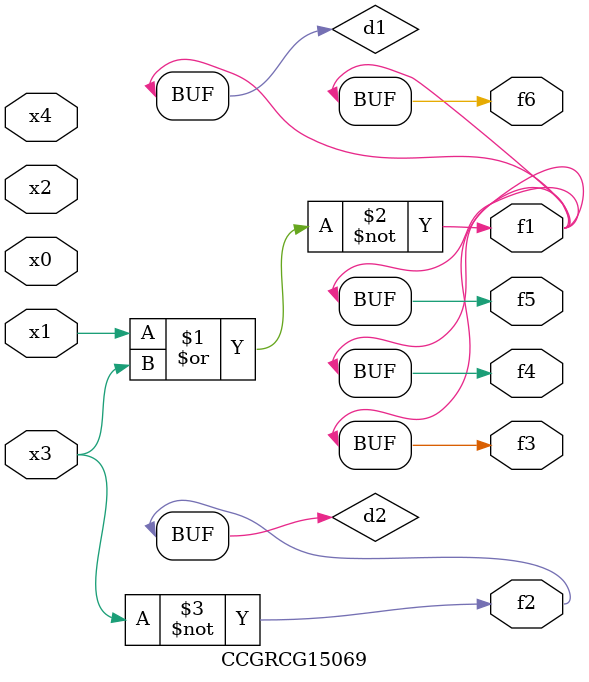
<source format=v>
module CCGRCG15069(
	input x0, x1, x2, x3, x4,
	output f1, f2, f3, f4, f5, f6
);

	wire d1, d2;

	nor (d1, x1, x3);
	not (d2, x3);
	assign f1 = d1;
	assign f2 = d2;
	assign f3 = d1;
	assign f4 = d1;
	assign f5 = d1;
	assign f6 = d1;
endmodule

</source>
